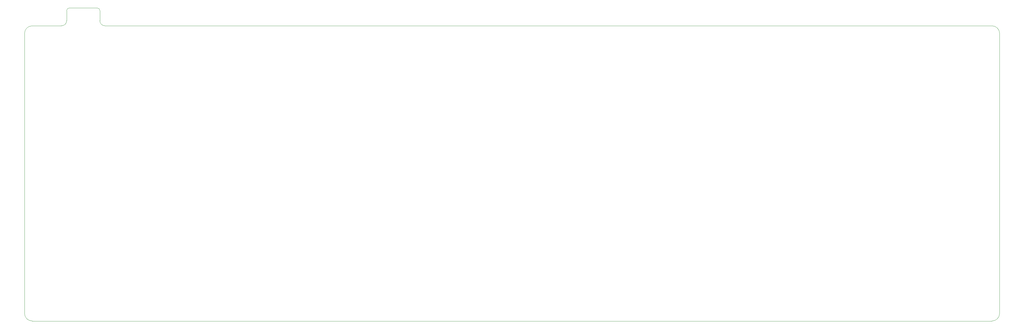
<source format=gm1>
%TF.GenerationSoftware,KiCad,Pcbnew,(5.1.6)-1*%
%TF.CreationDate,2021-08-22T23:35:52+02:00*%
%TF.ProjectId,67_E,36375f45-2e6b-4696-9361-645f70636258,rev?*%
%TF.SameCoordinates,Original*%
%TF.FileFunction,Profile,NP*%
%FSLAX46Y46*%
G04 Gerber Fmt 4.6, Leading zero omitted, Abs format (unit mm)*
G04 Created by KiCad (PCBNEW (5.1.6)-1) date 2021-08-22 23:35:52*
%MOMM*%
%LPD*%
G01*
G04 APERTURE LIST*
%TA.AperFunction,Profile*%
%ADD10C,0.100000*%
%TD*%
G04 APERTURE END LIST*
D10*
X72621961Y-74581100D02*
G75*
G03*
X71827955Y-75374099I-195J-793811D01*
G01*
X359562949Y-172212101D02*
G75*
G03*
X361943948Y-169831101I1292J2379707D01*
G01*
X361943948Y-169831101D02*
X361943948Y-82518104D01*
X82146955Y-78549102D02*
G75*
G03*
X83733961Y-80137099I1587597J-400D01*
G01*
X82146956Y-78549102D02*
X82146955Y-75374099D01*
X61111951Y-80137099D02*
G75*
G03*
X58730940Y-82518104I397J-2381408D01*
G01*
X61111952Y-172212102D02*
X359562950Y-172212102D01*
X70240949Y-80137099D02*
G75*
G03*
X71827955Y-78549102I-591J1587597D01*
G01*
X82146955Y-75374100D02*
G75*
G03*
X81352949Y-74581099I-793812J-811D01*
G01*
X58730939Y-169831102D02*
G75*
G03*
X61111952Y-172212102I2381411J411D01*
G01*
X71827955Y-75374099D02*
X71827955Y-78549102D01*
X361943948Y-82518105D02*
G75*
G03*
X359562950Y-80137099I-2379705J1301D01*
G01*
X81352949Y-74581099D02*
X72621961Y-74581099D01*
X359562950Y-80137099D02*
X83733961Y-80137099D01*
X58730940Y-82518104D02*
X58730940Y-169831101D01*
X70240949Y-80137099D02*
X61111951Y-80137099D01*
M02*

</source>
